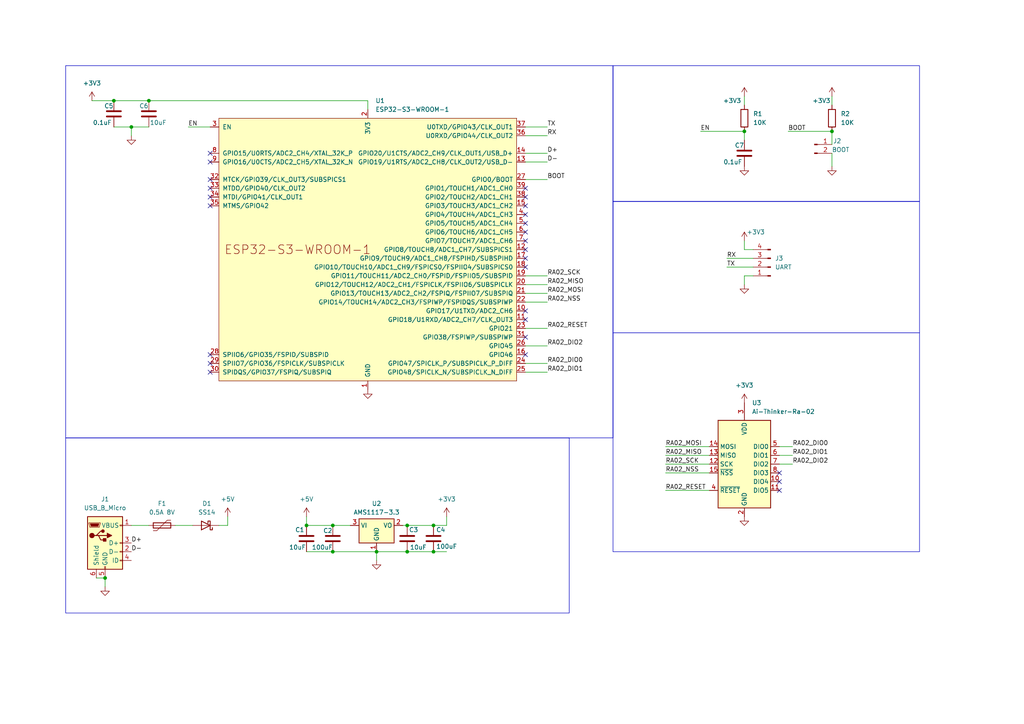
<source format=kicad_sch>
(kicad_sch (version 20231120) (generator "eeschema") (generator_version "8.0")
  (paper "A4")
  (lib_symbols
    (symbol "Connector:Conn_01x02_Pin" (pin_names (offset 1.016) hide)
      (property "Reference" "J" (at 0 2.54 0))
      (property "Value" "Conn_01x02_Pin" (at 0 -5.08 0))
      (symbol "Conn_01x02_Pin_1_1"
        (polyline (pts (xy 1.27 -2.54) (xy 0.8636 -2.54)) (stroke (width 0.1524)))
        (polyline (pts (xy 1.27 0) (xy 0.8636 0)) (stroke (width 0.1524)))
        (rectangle (start 0.8636 -2.413) (end 0 -2.667) (stroke (width 0.1524)) (fill (type outline)))
        (rectangle (start 0.8636 0.127) (end 0 -0.127) (stroke (width 0.1524)) (fill (type outline)))
        (pin passive line (at 5.08 0 180) (length 3.81) (name "Pin_1") (number "1"))
        (pin passive line (at 5.08 -2.54 180) (length 3.81) (name "Pin_2") (number "2"))
      )
    )
    (symbol "Connector:Conn_01x04_Pin" (pin_names (offset 1.016) hide)
      (property "Reference" "J" (at 0 5.08 0))
      (property "Value" "Conn_01x04_Pin" (at 0 -7.62 0))
      (symbol "Conn_01x04_Pin_1_1"
        (polyline (pts (xy 1.27 -5.08) (xy 0.8636 -5.08)) (stroke (width 0.1524)))
        (polyline (pts (xy 1.27 -2.54) (xy 0.8636 -2.54)) (stroke (width 0.1524)))
        (polyline (pts (xy 1.27 0) (xy 0.8636 0)) (stroke (width 0.1524)))
        (polyline (pts (xy 1.27 2.54) (xy 0.8636 2.54)) (stroke (width 0.1524)))
        (rectangle (start 0.8636 -4.953) (end 0 -5.207) (stroke (width 0.1524)) (fill (type outline)))
        (rectangle (start 0.8636 -2.413) (end 0 -2.667) (stroke (width 0.1524)) (fill (type outline)))
        (rectangle (start 0.8636 0.127) (end 0 -0.127) (stroke (width 0.1524)) (fill (type outline)))
        (rectangle (start 0.8636 2.667) (end 0 2.413) (stroke (width 0.1524)) (fill (type outline)))
        (pin passive line (at 5.08 2.54 180) (length 3.81) (name "Pin_1") (number "1"))
        (pin passive line (at 5.08 0 180) (length 3.81) (name "Pin_2") (number "2"))
        (pin passive line (at 5.08 -2.54 180) (length 3.81) (name "Pin_3") (number "3"))
        (pin passive line (at 5.08 -5.08 180) (length 3.81) (name "Pin_4") (number "4"))
      )
    )
    (symbol "Connector:USB_B_Micro" (pin_names (offset 1.016))
      (property "Reference" "J" (at -5.08 11.43 0))
      (property "Value" "USB_B_Micro" (at -5.08 8.89 0))
      (symbol "USB_B_Micro_0_1"
        (rectangle (start -5.08 -7.62) (end 5.08 7.62) (stroke (width 0.254)) (fill (type background)))
        (circle (center -3.81 2.159) (radius 0.635) (stroke (width 0.254)) (fill (type outline)))
        (circle (center -0.635 3.429) (radius 0.381) (stroke (width 0.254)) (fill (type outline)))
        (rectangle (start -0.127 -7.62) (end 0.127 -6.858))
        (polyline (pts (xy -1.905 2.159) (xy 0.635 2.159)) (stroke (width 0.254)))
        (polyline (pts (xy -3.175 2.159) (xy -2.54 2.159) (xy -1.27 3.429) (xy -0.635 3.429)) (stroke (width 0.254)))
        (polyline (pts (xy -2.54 2.159) (xy -1.905 2.159) (xy -1.27 0.889) (xy 0 0.889)) (stroke (width 0.254)))
        (polyline (pts (xy 0.635 2.794) (xy 0.635 1.524) (xy 1.905 2.159) (xy 0.635 2.794)) (stroke (width 0.254)) (fill (type outline)))
        (polyline (pts (xy -4.318 5.588) (xy -1.778 5.588) (xy -2.032 4.826) (xy -4.064 4.826) (xy -4.318 5.588)) (fill (type outline)))
        (polyline (pts (xy -4.699 5.842) (xy -4.699 5.588) (xy -4.445 4.826) (xy -4.445 4.572) (xy -1.651 4.572) (xy -1.651 4.826) (xy -1.397 5.588) (xy -1.397 5.842) (xy -4.699 5.842)))
        (rectangle (start 0.254 1.27) (end -0.508 0.508) (stroke (width 0.254)) (fill (type outline)))
        (rectangle (start 5.08 -5.207) (end 4.318 -4.953))
        (rectangle (start 5.08 -2.667) (end 4.318 -2.413))
        (rectangle (start 5.08 -0.127) (end 4.318 0.127))
        (rectangle (start 5.08 4.953) (end 4.318 5.207))
      )
      (symbol "USB_B_Micro_1_1"
        (pin power_out line (at 7.62 5.08 180) (length 2.54) (name "VBUS") (number "1"))
        (pin bidirectional line (at 7.62 -2.54 180) (length 2.54) (name "D-") (number "2"))
        (pin bidirectional line (at 7.62 0 180) (length 2.54) (name "D+") (number "3"))
        (pin passive line (at 7.62 -5.08 180) (length 2.54) (name "ID") (number "4"))
        (pin power_out line (at 0 -10.16 90) (length 2.54) (name "GND") (number "5"))
        (pin passive line (at -2.54 -10.16 90) (length 2.54) (name "Shield") (number "6"))
      )
    )
    (symbol "Device:C" (pin_numbers hide) (pin_names (offset 0.254))
      (property "Reference" "C" (at 0.635 2.54 0))
      (property "Value" "C" (at 0.635 -2.54 0))
      (symbol "C_0_1"
        (polyline (pts (xy -2.032 -0.762) (xy 2.032 -0.762)) (stroke (width 0.508)))
        (polyline (pts (xy -2.032 0.762) (xy 2.032 0.762)) (stroke (width 0.508)))
      )
      (symbol "C_1_1"
        (pin passive line (at 0 3.81 270) (length 2.794) (name "~") (number "1"))
        (pin passive line (at 0 -3.81 90) (length 2.794) (name "~") (number "2"))
      )
    )
    (symbol "Device:Polyfuse" (pin_numbers hide) (pin_names (offset 0))
      (property "Reference" "F" (at -2.54 0 90))
      (property "Value" "Polyfuse" (at 2.54 0 90))
      (symbol "Polyfuse_0_1"
        (rectangle (start -0.762 2.54) (end 0.762 -2.54) (stroke (width 0.254)))
        (polyline (pts (xy 0 2.54) (xy 0 -2.54)))
        (polyline (pts (xy -1.524 2.54) (xy -1.524 1.524) (xy 1.524 -1.524) (xy 1.524 -2.54)))
      )
      (symbol "Polyfuse_1_1"
        (pin passive line (at 0 3.81 270) (length 1.27) (name "~") (number "1"))
        (pin passive line (at 0 -3.81 90) (length 1.27) (name "~") (number "2"))
      )
    )
    (symbol "Device:R" (pin_numbers hide) (pin_names (offset 0))
      (property "Reference" "R" (at 2.032 0 90))
      (property "Value" "R" (at 0 0 90))
      (symbol "R_0_1"
        (rectangle (start -1.016 -2.54) (end 1.016 2.54) (stroke (width 0.254)))
      )
      (symbol "R_1_1"
        (pin passive line (at 0 3.81 270) (length 1.27) (name "~") (number "1"))
        (pin passive line (at 0 -3.81 90) (length 1.27) (name "~") (number "2"))
      )
    )
    (symbol "Diode:1N5819" (pin_numbers hide) (pin_names (offset 1.016) hide)
      (property "Reference" "D" (at 0 2.54 0))
      (property "Value" "1N5819" (at 0 -2.54 0))
      (symbol "1N5819_0_1"
        (polyline (pts (xy 1.27 0) (xy -1.27 0)))
        (polyline (pts (xy 1.27 1.27) (xy 1.27 -1.27) (xy -1.27 0) (xy 1.27 1.27)) (stroke (width 0.254)))
        (polyline (pts (xy -1.905 0.635) (xy -1.905 1.27) (xy -1.27 1.27) (xy -1.27 -1.27) (xy -0.635 -1.27) (xy -0.635 -0.635)) (stroke (width 0.254)))
      )
      (symbol "1N5819_1_1"
        (pin passive line (at -3.81 0 0) (length 2.54) (name "K") (number "1"))
        (pin passive line (at 3.81 0 180) (length 2.54) (name "A") (number "2"))
      )
    )
    (symbol "Espressif:ESP32-S3-WROOM-1" (pin_names (offset 1.016))
      (property "Reference" "U" (at -43.18 43.18 0))
      (property "Value" "ESP32-S3-WROOM-1" (at -43.18 40.64 0))
      (symbol "ESP32-S3-WROOM-1_0_0"
        (text "ESP32-S3-WROOM-1" (at -20.32 0 0) (effects (font (size 2.54 2.54))))
        (pin power_in line (at 0 -40.64 90) (length 2.54) (name "GND") (number "1"))
        (pin bidirectional line (at 45.72 -17.78 180) (length 2.54) (name "GPIO17/U1TXD/ADC2_CH6") (number "10"))
        (pin bidirectional line (at 45.72 -20.32 180) (length 2.54) (name "GPIO18/U1RXD/ADC2_CH7/CLK_OUT3") (number "11"))
        (pin bidirectional line (at 45.72 0 180) (length 2.54) (name "GPIO8/TOUCH8/ADC1_CH7/SUBSPICS1") (number "12"))
        (pin bidirectional line (at 45.72 25.4 180) (length 2.54) (name "GPIO19/U1RTS/ADC2_CH8/CLK_OUT2/USB_D-") (number "13"))
        (pin bidirectional line (at 45.72 27.94 180) (length 2.54) (name "GPIO20/U1CTS/ADC2_CH9/CLK_OUT1/USB_D+") (number "14"))
        (pin bidirectional line (at 45.72 12.7 180) (length 2.54) (name "GPIO3/TOUCH3/ADC1_CH2") (number "15"))
        (pin bidirectional line (at 45.72 -30.48 180) (length 2.54) (name "GPIO46") (number "16"))
        (pin bidirectional line (at 45.72 -2.54 180) (length 2.54) (name "GPIO9/TOUCH9/ADC1_CH8/FSPIHD/SUBSPIHD") (number "17"))
        (pin bidirectional line (at 45.72 -5.08 180) (length 2.54) (name "GPIO10/TOUCH10/ADC1_CH9/FSPICS0/FSPIIO4/SUBSPICS0") (number "18"))
        (pin bidirectional line (at 45.72 -7.62 180) (length 2.54) (name "GPIO11/TOUCH11/ADC2_CH0/FSPID/FSPIIO5/SUBSPID") (number "19"))
        (pin power_in line (at 0 40.64 270) (length 2.54) (name "3V3") (number "2"))
        (pin bidirectional line (at 45.72 -10.16 180) (length 2.54) (name "GPIO12/TOUCH12/ADC2_CH1/FSPICLK/FSPIIO6/SUBSPICLK") (number "20"))
        (pin bidirectional line (at 45.72 -12.7 180) (length 2.54) (name "GPIO13/TOUCH13/ADC2_CH2/FSPIQ/FSPIIO7/SUBSPIQ") (number "21"))
        (pin bidirectional line (at 45.72 -15.24 180) (length 2.54) (name "GPIO14/TOUCH14/ADC2_CH3/FSPIWP/FSPIDQS/SUBSPIWP") (number "22"))
        (pin bidirectional line (at 45.72 -22.86 180) (length 2.54) (name "GPIO21") (number "23"))
        (pin bidirectional line (at 45.72 -33.02 180) (length 2.54) (name "GPIO47/SPICLK_P/SUBSPICLK_P_DIFF") (number "24"))
        (pin bidirectional line (at 45.72 -35.56 180) (length 2.54) (name "GPIO48/SPICLK_N/SUBSPICLK_N_DIFF") (number "25"))
        (pin bidirectional line (at 45.72 -27.94 180) (length 2.54) (name "GPIO45") (number "26"))
        (pin bidirectional line (at 45.72 20.32 180) (length 2.54) (name "GPIO0/BOOT") (number "27"))
        (pin bidirectional line (at -45.72 -30.48 0) (length 2.54) (name "SPIIO6/GPIO35/FSPID/SUBSPID") (number "28"))
        (pin bidirectional line (at -45.72 -33.02 0) (length 2.54) (name "SPIIO7/GPIO36/FSPICLK/SUBSPICLK") (number "29"))
        (pin input line (at -45.72 35.56 0) (length 2.54) (name "EN") (number "3"))
        (pin bidirectional line (at -45.72 -35.56 0) (length 2.54) (name "SPIDQS/GPIO37/FSPIQ/SUBSPIQ") (number "30"))
        (pin bidirectional line (at 45.72 -25.4 180) (length 2.54) (name "GPIO38/FSPIWP/SUBSPIWP") (number "31"))
        (pin bidirectional line (at -45.72 20.32 0) (length 2.54) (name "MTCK/GPIO39/CLK_OUT3/SUBSPICS1") (number "32"))
        (pin bidirectional line (at -45.72 17.78 0) (length 2.54) (name "MTDO/GPIO40/CLK_OUT2") (number "33"))
        (pin bidirectional line (at -45.72 15.24 0) (length 2.54) (name "MTDI/GPIO41/CLK_OUT1") (number "34"))
        (pin bidirectional line (at -45.72 12.7 0) (length 2.54) (name "MTMS/GPIO42") (number "35"))
        (pin bidirectional line (at 45.72 33.02 180) (length 2.54) (name "U0RXD/GPIO44/CLK_OUT2") (number "36"))
        (pin bidirectional line (at 45.72 35.56 180) (length 2.54) (name "U0TXD/GPIO43/CLK_OUT1") (number "37"))
        (pin bidirectional line (at 45.72 15.24 180) (length 2.54) (name "GPIO2/TOUCH2/ADC1_CH1") (number "38"))
        (pin bidirectional line (at 45.72 17.78 180) (length 2.54) (name "GPIO1/TOUCH1/ADC1_CH0") (number "39"))
        (pin bidirectional line (at 45.72 10.16 180) (length 2.54) (name "GPIO4/TOUCH4/ADC1_CH3") (number "4"))
        (pin passive line (at 0 -40.64 90) (length 2.54) hide (name "GND") (number "40"))
        (pin passive line (at 0 -40.64 90) (length 2.54) hide (name "GND") (number "41"))
        (pin bidirectional line (at 45.72 7.62 180) (length 2.54) (name "GPIO5/TOUCH5/ADC1_CH4") (number "5"))
        (pin bidirectional line (at 45.72 5.08 180) (length 2.54) (name "GPIO6/TOUCH6/ADC1_CH5") (number "6"))
        (pin bidirectional line (at 45.72 2.54 180) (length 2.54) (name "GPIO7/TOUCH7/ADC1_CH6") (number "7"))
        (pin bidirectional line (at -45.72 27.94 0) (length 2.54) (name "GPIO15/U0RTS/ADC2_CH4/XTAL_32K_P") (number "8"))
        (pin bidirectional line (at -45.72 25.4 0) (length 2.54) (name "GPIO16/U0CTS/ADC2_CH5/XTAL_32K_N") (number "9"))
      )
      (symbol "ESP32-S3-WROOM-1_0_1"
        (rectangle (start -43.18 38.1) (end 43.18 -38.1) (fill (type background)))
      )
    )
    (symbol "RF_Module:Ai-Thinker-Ra-02"
      (property "Reference" "U" (at 2.54 19.05 0))
      (property "Value" "Ai-Thinker-Ra-02" (at 13.97 -15.24 0))
      (symbol "Ai-Thinker-Ra-02_0_1"
        (rectangle (start -7.62 12.7) (end 7.62 -12.7) (stroke (width 0.254)) (fill (type background)))
      )
      (symbol "Ai-Thinker-Ra-02_1_1"
        (pin passive line (at 0 -15.24 90) (length 2.54) hide (name "GND") (number "1"))
        (pin bidirectional line (at 10.16 -5.08 180) (length 2.54) (name "DIO4") (number "10"))
        (pin bidirectional line (at 10.16 -7.62 180) (length 2.54) (name "DIO5") (number "11"))
        (pin input line (at -10.16 0 0) (length 2.54) (name "SCK") (number "12"))
        (pin output line (at -10.16 2.54 0) (length 2.54) (name "MISO") (number "13"))
        (pin input line (at -10.16 5.08 0) (length 2.54) (name "MOSI") (number "14"))
        (pin input line (at -10.16 -2.54 0) (length 2.54) (name "~{NSS}") (number "15"))
        (pin passive line (at 0 -15.24 90) (length 2.54) hide (name "GND") (number "16"))
        (pin power_in line (at 0 -15.24 90) (length 2.54) (name "GND") (number "2"))
        (pin power_in line (at 0 17.78 270) (length 5.08) (name "VDD") (number "3"))
        (pin input line (at -10.16 -7.62 0) (length 2.54) (name "~{RESET}") (number "4"))
        (pin bidirectional line (at 10.16 5.08 180) (length 2.54) (name "DIO0") (number "5"))
        (pin bidirectional line (at 10.16 2.54 180) (length 2.54) (name "DIO1") (number "6"))
        (pin bidirectional line (at 10.16 0 180) (length 2.54) (name "DIO2") (number "7"))
        (pin bidirectional line (at 10.16 -2.54 180) (length 2.54) (name "DIO3") (number "8"))
        (pin passive line (at 0 -15.24 90) (length 2.54) hide (name "GND") (number "9"))
      )
    )
    (symbol "Regulator_Linear:AMS1117-3.3"
      (property "Reference" "U" (at -3.81 3.175 0))
      (property "Value" "AMS1117-3.3" (at 0 3.175 0))
      (symbol "AMS1117-3.3_0_1"
        (rectangle (start -5.08 -5.08) (end 5.08 1.905) (stroke (width 0.254)) (fill (type background)))
      )
      (symbol "AMS1117-3.3_1_1"
        (pin power_in line (at 0 -7.62 90) (length 2.54) (name "GND") (number "1"))
        (pin power_out line (at 7.62 0 180) (length 2.54) (name "VO") (number "2"))
        (pin power_in line (at -7.62 0 0) (length 2.54) (name "VI") (number "3"))
      )
    )
    (symbol "power:+3V3" (power) (pin_names (offset 0))
      (property "Value" "+3V3" (at 0 3.556 0))
      (symbol "+3V3_0_1"
        (polyline (pts (xy -0.762 1.27) (xy 0 2.54)))
        (polyline (pts (xy 0 0) (xy 0 2.54)))
        (polyline (pts (xy 0 2.54) (xy 0.762 1.27)))
      )
      (symbol "+3V3_1_1"
        (pin power_in line (at 0 0 90) (length 0) hide (name "+3V3") (number "1"))
      )
    )
    (symbol "power:+5V" (power) (pin_names (offset 0))
      (property "Value" "+5V" (at 0 3.556 0))
      (symbol "+5V_0_1"
        (polyline (pts (xy -0.762 1.27) (xy 0 2.54)))
        (polyline (pts (xy 0 0) (xy 0 2.54)))
        (polyline (pts (xy 0 2.54) (xy 0.762 1.27)))
      )
      (symbol "+5V_1_1"
        (pin power_in line (at 0 0 90) (length 0) hide (name "+5V") (number "1"))
      )
    )
    (symbol "power:GND" (power) (pin_names (offset 0))
      (property "Value" "GND" (at 0 -3.81 0))
      (symbol "GND_0_1"
        (polyline (pts (xy 0 0) (xy 0 -1.27) (xy 1.27 -1.27) (xy 0 -2.54) (xy -1.27 -1.27) (xy 0 -1.27)))
      )
      (symbol "GND_1_1"
        (pin power_in line (at 0 0 270) (length 0) hide (name "GND") (number "1"))
      )
    )
  )
  (junction (at 215.9 38.1))
  (junction (at 118.11 160.02))
  (junction (at 88.9 152.4))
  (junction (at 96.52 152.4))
  (junction (at 241.3 38.1))
  (junction (at 125.73 160.02))
  (junction (at 43.18 29.21))
  (junction (at 30.48 167.64))
  (junction (at 109.22 160.02))
  (junction (at 125.73 152.4))
  (junction (at 118.11 152.4))
  (junction (at 96.52 160.02))
  (junction (at 38.1 36.83))
  (junction (at 33.02 29.21))
  (no_connect (at 152.4 77.47))
  (no_connect (at 60.96 46.99))
  (no_connect (at 152.4 57.15))
  (no_connect (at 152.4 97.79))
  (no_connect (at 152.4 90.17))
  (no_connect (at 152.4 62.23))
  (no_connect (at 152.4 54.61))
  (no_connect (at 152.4 64.77))
  (no_connect (at 60.96 102.87))
  (no_connect (at 60.96 44.45))
  (no_connect (at 226.06 139.7))
  (no_connect (at 226.06 142.24))
  (no_connect (at 60.96 57.15))
  (no_connect (at 60.96 52.07))
  (no_connect (at 60.96 105.41))
  (no_connect (at 152.4 74.93))
  (no_connect (at 152.4 102.87))
  (no_connect (at 152.4 67.31))
  (no_connect (at 152.4 72.39))
  (no_connect (at 60.96 59.69))
  (no_connect (at 226.06 137.16))
  (no_connect (at 60.96 107.95))
  (no_connect (at 152.4 59.69))
  (no_connect (at 60.96 54.61))
  (no_connect (at 152.4 69.85))
  (no_connect (at 152.4 92.71))
  (wire (pts (xy 229.87 132.08) (xy 226.06 132.08)))
  (wire (pts (xy 158.75 36.83) (xy 152.4 36.83)))
  (wire (pts (xy 215.9 82.55) (xy 215.9 80.01)))
  (wire (pts (xy 26.67 29.21) (xy 33.02 29.21)))
  (wire (pts (xy 30.48 167.64) (xy 30.48 170.18)))
  (wire (pts (xy 203.2 38.1) (xy 215.9 38.1)))
  (wire (pts (xy 210.82 74.93) (xy 218.44 74.93)))
  (wire (pts (xy 158.75 107.95) (xy 152.4 107.95)))
  (wire (pts (xy 125.73 160.02) (xy 129.54 160.02)))
  (wire (pts (xy 50.8 152.4) (xy 55.88 152.4)))
  (wire (pts (xy 38.1 36.83) (xy 43.18 36.83)))
  (wire (pts (xy 158.75 82.55) (xy 152.4 82.55)))
  (wire (pts (xy 158.75 105.41) (xy 152.4 105.41)))
  (wire (pts (xy 125.73 152.4) (xy 129.54 152.4)))
  (wire (pts (xy 118.11 152.4) (xy 125.73 152.4)))
  (wire (pts (xy 96.52 160.02) (xy 109.22 160.02)))
  (wire (pts (xy 215.9 27.94) (xy 215.9 30.48)))
  (wire (pts (xy 27.94 167.64) (xy 30.48 167.64)))
  (wire (pts (xy 193.04 134.62) (xy 205.74 134.62)))
  (wire (pts (xy 158.75 80.01) (xy 152.4 80.01)))
  (wire (pts (xy 229.87 134.62) (xy 226.06 134.62)))
  (wire (pts (xy 88.9 149.86) (xy 88.9 152.4)))
  (wire (pts (xy 63.5 152.4) (xy 66.04 152.4)))
  (wire (pts (xy 193.04 132.08) (xy 205.74 132.08)))
  (wire (pts (xy 33.02 36.83) (xy 38.1 36.83)))
  (wire (pts (xy 66.04 152.4) (xy 66.04 149.86)))
  (wire (pts (xy 88.9 160.02) (xy 96.52 160.02)))
  (wire (pts (xy 158.75 39.37) (xy 152.4 39.37)))
  (wire (pts (xy 215.9 72.39) (xy 218.44 72.39)))
  (wire (pts (xy 193.04 137.16) (xy 205.74 137.16)))
  (wire (pts (xy 158.75 100.33) (xy 152.4 100.33)))
  (wire (pts (xy 96.52 152.4) (xy 101.6 152.4)))
  (wire (pts (xy 33.02 29.21) (xy 43.18 29.21)))
  (wire (pts (xy 118.11 160.02) (xy 125.73 160.02)))
  (wire (pts (xy 193.04 142.24) (xy 205.74 142.24)))
  (wire (pts (xy 88.9 152.4) (xy 96.52 152.4)))
  (wire (pts (xy 109.22 160.02) (xy 109.22 162.56)))
  (wire (pts (xy 193.04 129.54) (xy 205.74 129.54)))
  (wire (pts (xy 116.84 152.4) (xy 118.11 152.4)))
  (wire (pts (xy 229.87 129.54) (xy 226.06 129.54)))
  (wire (pts (xy 210.82 77.47) (xy 218.44 77.47)))
  (wire (pts (xy 54.61 36.83) (xy 60.96 36.83)))
  (wire (pts (xy 158.75 44.45) (xy 152.4 44.45)))
  (wire (pts (xy 215.9 80.01) (xy 218.44 80.01)))
  (wire (pts (xy 215.9 38.1) (xy 215.9 40.64)))
  (wire (pts (xy 158.75 52.07) (xy 152.4 52.07)))
  (wire (pts (xy 38.1 152.4) (xy 43.18 152.4)))
  (wire (pts (xy 241.3 27.94) (xy 241.3 30.48)))
  (wire (pts (xy 106.68 29.21) (xy 106.68 31.75)))
  (wire (pts (xy 241.3 44.45) (xy 241.3 48.26)))
  (wire (pts (xy 158.75 85.09) (xy 152.4 85.09)))
  (wire (pts (xy 228.6 38.1) (xy 241.3 38.1)))
  (wire (pts (xy 158.75 95.25) (xy 152.4 95.25)))
  (wire (pts (xy 129.54 149.86) (xy 129.54 152.4)))
  (wire (pts (xy 215.9 69.85) (xy 215.9 72.39)))
  (wire (pts (xy 43.18 29.21) (xy 106.68 29.21)))
  (wire (pts (xy 158.75 46.99) (xy 152.4 46.99)))
  (wire (pts (xy 158.75 87.63) (xy 152.4 87.63)))
  (wire (pts (xy 38.1 39.37) (xy 38.1 36.83)))
  (wire (pts (xy 241.3 38.1) (xy 241.3 41.91)))
  (wire (pts (xy 109.22 160.02) (xy 118.11 160.02)))
  (rectangle (start 19.05 127) (end 165.1 177.8))
  (rectangle (start 177.8 58.42) (end 266.7 96.52))
  (rectangle (start 177.8 19.05) (end 266.7 58.42))
  (rectangle (start 177.8 96.52) (end 266.7 160.02))
  (rectangle (start 19.05 19.05) (end 177.8 127))
  (label "RA02_NSS" (at 158.75 87.63 0))
  (label "RA02_MOSI" (at 158.75 85.09 0))
  (label "RA02_DIO2" (at 158.75 100.33 0))
  (label "BOOT" (at 228.6 38.1 0))
  (label "RA02_DIO1" (at 229.87 132.08 0))
  (label "D-" (at 158.75 46.99 0))
  (label "RA02_DIO0" (at 229.87 129.54 0))
  (label "D+" (at 38.1 157.48 0))
  (label "RA02_SCK" (at 158.75 80.01 0))
  (label "RA02_MISO" (at 193.04 132.08 0))
  (label "RA02_SCK" (at 193.04 134.62 0))
  (label "RA02_DIO0" (at 158.75 105.41 0))
  (label "EN" (at 203.2 38.1 0))
  (label "RA02_RESET" (at 193.04 142.24 0))
  (label "TX" (at 158.75 36.83 0))
  (label "D+" (at 158.75 44.45 0))
  (label "RA02_RESET" (at 158.75 95.25 0))
  (label "RX" (at 158.75 39.37 0))
  (label "EN" (at 54.61 36.83 0))
  (label "RA02_DIO1" (at 158.75 107.95 0))
  (label "BOOT" (at 158.75 52.07 0))
  (label "RA02_MOSI" (at 193.04 129.54 0))
  (label "RA02_MISO" (at 158.75 82.55 0))
  (label "RA02_NSS" (at 193.04 137.16 0))
  (label "TX" (at 210.82 77.47 0))
  (label "RA02_DIO2" (at 229.87 134.62 0))
  (label "D-" (at 38.1 160.02 0))
  (label "RX" (at 210.82 74.93 0))
  (symbol (lib_id "Device:C") (at 125.73 156.21 0) (unit 1)
    (property "Reference" "C4" (at 126.492 153.67 0) (effects (justify left)))
    (property "Value" "100uF" (at 126.492 158.496 0) (effects (justify left)))
    (property "Footprint" "Capacitor_SMD:C_1206_3216Metric_Pad1.33x1.80mm_HandSolder" (effects (hide yes)))
    (property "Description" "Unpolarized capacitor" (effects (hide yes)))
  )
  (symbol (lib_id "power:+3V3") (at 26.67 29.21 0) (unit 1)
    (property "Reference" "#PWR07" (effects (hide yes)))
    (property "Value" "+3V3" (at 26.67 24.13 0))
    (property "Description" "Power symbol creates a global label with name \"+3V3\"" (effects (hide yes)))
  )
  (symbol (lib_id "power:GND") (at 215.9 82.55 0) (unit 1)
    (property "Reference" "#PWR015" (effects (hide yes)))
    (property "Value" "GND" (effects (hide yes)))
    (property "Description" "Power symbol creates a global label with name \"GND\" , ground" (effects (hide yes)))
  )
  (symbol (lib_id "power:GND") (at 109.22 162.56 0) (unit 1)
    (property "Reference" "#PWR01" (effects (hide yes)))
    (property "Value" "GND" (effects (hide yes)))
    (property "Description" "Power symbol creates a global label with name \"GND\" , ground" (effects (hide yes)))
  )
  (symbol (lib_id "power:+5V") (at 66.04 149.86 0) (unit 1)
    (property "Reference" "#PWR010" (effects (hide yes)))
    (property "Value" "+5V" (at 66.04 144.78 0))
    (property "Description" "Power symbol creates a global label with name \"+5V\"" (effects (hide yes)))
  )
  (symbol (lib_id "power:+3V3") (at 129.54 149.86 0) (unit 1)
    (property "Reference" "#PWR02" (effects (hide yes)))
    (property "Value" "+3V3" (at 129.54 144.78 0))
    (property "Description" "Power symbol creates a global label with name \"+3V3\"" (effects (hide yes)))
  )
  (symbol (lib_id "Connector:USB_B_Micro") (at 30.48 157.48 0) (unit 1)
    (property "Reference" "J1" (at 30.48 144.78 0))
    (property "Value" "USB_B_Micro" (at 30.48 147.32 0))
    (property "Footprint" "Connector_USB:USB_Micro-B_Wuerth_629105150521" (effects (hide yes)))
    (property "Description" "USB Micro Type B connector" (effects (hide yes)))
  )
  (symbol (lib_id "Connector:Conn_01x04_Pin") (at 223.52 77.47 180) (unit 1)
    (property "Reference" "J3" (at 224.79 74.9299 0) (effects (justify right)))
    (property "Value" "UART" (at 224.79 77.4699 0) (effects (justify right)))
    (property "Footprint" "Connector_PinHeader_2.54mm:PinHeader_1x04_P2.54mm_Vertical" (effects (hide yes)))
    (property "Description" "Generic connector, single row, 01x04, script generated" (effects (hide yes)))
  )
  (symbol (lib_id "Device:C") (at 118.11 156.21 0) (unit 1)
    (property "Reference" "C3" (at 118.618 153.67 0) (effects (justify left)))
    (property "Value" "10uF" (at 118.872 158.75 0) (effects (justify left)))
    (property "Footprint" "Capacitor_SMD:C_0805_2012Metric_Pad1.18x1.45mm_HandSolder" (effects (hide yes)))
    (property "Description" "Unpolarized capacitor" (effects (hide yes)))
  )
  (symbol (lib_id "Espressif:ESP32-S3-WROOM-1") (at 106.68 72.39 0) (unit 1)
    (property "Reference" "U1" (at 108.8741 29.21 0) (effects (justify left)))
    (property "Value" "ESP32-S3-WROOM-1" (at 108.8741 31.75 0) (effects (justify left)))
    (property "Footprint" "RF_Module:ESP32-S3-WROOM-1" (effects (hide yes)))
    (property "Datasheet" "https://www.espressif.com/sites/default/files/documentation/esp32-s3-wroom-1_wroom-1u_datasheet_en.pdf" (effects (hide yes)))
    (property "Description" "2.4 GHz WiFi (802.11 b/g/n) and Bluetooth ® 5 (LE) module Built around ESP32S3 series of SoCs, Xtensa ® dualcore 32bit LX7 microprocessor Flash up to 16 MB, PSRAM up to 8 MB 36 GPIOs, rich set of peripherals Onboard PCB antenna" (effects (hide yes)))
  )
  (symbol (lib_id "power:GND") (at 215.9 48.26 0) (unit 1)
    (property "Reference" "#PWR04" (effects (hide yes)))
    (property "Value" "GND" (effects (hide yes)))
    (property "Description" "Power symbol creates a global label with name \"GND\" , ground" (effects (hide yes)))
  )
  (symbol (lib_id "Device:C") (at 88.9 156.21 0) (unit 1)
    (property "Reference" "C1" (at 85.598 153.67 0) (effects (justify left)))
    (property "Value" "10uF" (at 83.82 158.75 0) (effects (justify left)))
    (property "Footprint" "Capacitor_SMD:C_0805_2012Metric_Pad1.18x1.45mm_HandSolder" (effects (hide yes)))
    (property "Description" "Unpolarized capacitor" (effects (hide yes)))
  )
  (symbol (lib_id "power:GND") (at 215.9 149.86 0) (unit 1)
    (property "Reference" "#PWR013" (effects (hide yes)))
    (property "Value" "GND" (effects (hide yes)))
    (property "Description" "Power symbol creates a global label with name \"GND\" , ground" (effects (hide yes)))
  )
  (symbol (lib_id "Connector:Conn_01x02_Pin") (at 236.22 41.91 0) (unit 1)
    (property "Reference" "J2" (at 242.824 40.894 0))
    (property "Value" "BOOT" (at 243.84 43.434 0))
    (property "Footprint" "Connector_PinHeader_2.54mm:PinHeader_1x02_P2.54mm_Vertical" (effects (hide yes)))
    (property "Description" "Generic connector, single row, 01x02, script generated" (effects (hide yes)))
  )
  (symbol (lib_id "power:+3V3") (at 215.9 116.84 0) (unit 1)
    (property "Reference" "#PWR012" (effects (hide yes)))
    (property "Value" "+3V3" (at 215.9 111.76 0))
    (property "Description" "Power symbol creates a global label with name \"+3V3\"" (effects (hide yes)))
  )
  (symbol (lib_id "power:GND") (at 38.1 39.37 0) (unit 1)
    (property "Reference" "#PWR016" (effects (hide yes)))
    (property "Value" "GND" (effects (hide yes)))
    (property "Description" "Power symbol creates a global label with name \"GND\" , ground" (effects (hide yes)))
  )
  (symbol (lib_id "Device:C") (at 33.02 33.02 0) (unit 1)
    (property "Reference" "C5" (at 30.226 30.734 0) (effects (justify left)))
    (property "Value" "0.1uF" (at 26.924 35.56 0) (effects (justify left)))
    (property "Footprint" "Capacitor_SMD:C_0805_2012Metric_Pad1.18x1.45mm_HandSolder" (effects (hide yes)))
    (property "Description" "Unpolarized capacitor" (effects (hide yes)))
  )
  (symbol (lib_id "Device:R") (at 215.9 34.29 0) (unit 1)
    (property "Reference" "R1" (at 218.44 33.0199 0) (effects (justify left)))
    (property "Value" "10K" (at 218.44 35.5599 0) (effects (justify left)))
    (property "Footprint" "Resistor_SMD:R_0805_2012Metric_Pad1.20x1.40mm_HandSolder" (effects (hide yes)))
    (property "Description" "Resistor" (effects (hide yes)))
  )
  (symbol (lib_id "Device:C") (at 43.18 33.02 0) (unit 1)
    (property "Reference" "C6" (at 40.386 30.734 0) (effects (justify left)))
    (property "Value" "10uF" (at 43.434 35.56 0) (effects (justify left)))
    (property "Footprint" "Capacitor_SMD:C_0805_2012Metric_Pad1.18x1.45mm_HandSolder" (effects (hide yes)))
    (property "Description" "Unpolarized capacitor" (effects (hide yes)))
  )
  (symbol (lib_id "RF_Module:Ai-Thinker-Ra-02") (at 215.9 134.62 0) (unit 1)
    (property "Reference" "U3" (at 218.0941 116.84 0) (effects (justify left)))
    (property "Value" "Ai-Thinker-Ra-02" (at 218.0941 119.38 0) (effects (justify left)))
    (property "Footprint" "RF_Module:Ai-Thinker-Ra-01-LoRa" (effects (hide yes)))
    (property "Datasheet" "http://wiki.ai-thinker.com/_media/lora/docs/c048ps01a1_ra-02_product_specification_v1.1.pdf" (effects (hide yes)))
    (property "Description" "Ai-Thinker Ra-02 410-525 MHz LoRa Module, SPI interface, U.FL antenna connector" (effects (hide yes)))
  )
  (symbol (lib_id "Diode:1N5819") (at 59.69 152.4 180) (unit 1)
    (property "Reference" "D1" (at 60.0075 146.05 0))
    (property "Value" "SS14" (at 60.0075 148.59 0))
    (property "Footprint" "Diode_SMD:D_SOD-323_HandSoldering" (effects (hide yes)))
    (property "Datasheet" "http://www.vishay.com/docs/88525/1n5817.pdf" (effects (hide yes)))
    (property "Description" "40V 1A Schottky Barrier Rectifier Diode, DO-41" (effects (hide yes)))
  )
  (symbol (lib_id "power:GND") (at 241.3 48.26 0) (unit 1)
    (property "Reference" "#PWR06" (effects (hide yes)))
    (property "Value" "GND" (effects (hide yes)))
    (property "Description" "Power symbol creates a global label with name \"GND\" , ground" (effects (hide yes)))
  )
  (symbol (lib_id "power:+5V") (at 88.9 149.86 0) (unit 1)
    (property "Reference" "#PWR011" (effects (hide yes)))
    (property "Value" "+5V" (at 88.9 144.78 0))
    (property "Description" "Power symbol creates a global label with name \"+5V\"" (effects (hide yes)))
  )
  (symbol (lib_id "Regulator_Linear:AMS1117-3.3") (at 109.22 152.4 0) (unit 1)
    (property "Reference" "U2" (at 109.22 146.05 0))
    (property "Value" "AMS1117-3.3" (at 109.22 148.59 0))
    (property "Footprint" "Package_TO_SOT_SMD:SOT-223-3_TabPin2" (effects (hide yes)))
    (property "Datasheet" "http://www.advanced-monolithic.com/pdf/ds1117.pdf" (effects (hide yes)))
    (property "Description" "1A Low Dropout regulator, positive, 3.3V fixed output, SOT-223" (effects (hide yes)))
  )
  (symbol (lib_id "Device:R") (at 241.3 34.29 0) (unit 1)
    (property "Reference" "R2" (at 243.84 33.0199 0) (effects (justify left)))
    (property "Value" "10K" (at 243.84 35.5599 0) (effects (justify left)))
    (property "Footprint" "Resistor_SMD:R_0805_2012Metric_Pad1.20x1.40mm_HandSolder" (effects (hide yes)))
    (property "Description" "Resistor" (effects (hide yes)))
  )
  (symbol (lib_id "power:+3V3") (at 215.9 69.85 0) (unit 1)
    (property "Reference" "#PWR014" (effects (hide yes)))
    (property "Value" "+3V3" (at 219.202 67.31 0))
    (property "Description" "Power symbol creates a global label with name \"+3V3\"" (effects (hide yes)))
  )
  (symbol (lib_id "power:GND") (at 106.68 113.03 0) (unit 1)
    (property "Reference" "#PWR08" (effects (hide yes)))
    (property "Value" "GND" (effects (hide yes)))
    (property "Description" "Power symbol creates a global label with name \"GND\" , ground" (effects (hide yes)))
  )
  (symbol (lib_id "power:+3V3") (at 215.9 27.94 0) (unit 1)
    (property "Reference" "#PWR03" (effects (hide yes)))
    (property "Value" "+3V3" (at 212.344 29.21 0))
    (property "Description" "Power symbol creates a global label with name \"+3V3\"" (effects (hide yes)))
  )
  (symbol (lib_id "Device:Polyfuse") (at 46.99 152.4 90) (unit 1)
    (property "Reference" "F1" (at 46.99 146.05 90))
    (property "Value" "0.5A 8V" (at 46.99 148.59 90))
    (property "Footprint" "Fuse:Fuse_1206_3216Metric_Pad1.42x1.75mm_HandSolder" (effects (hide yes)))
    (property "Description" "Resettable fuse, polymeric positive temperature coefficient" (effects (hide yes)))
  )
  (symbol (lib_id "Device:C") (at 96.52 156.21 0) (unit 1)
    (property "Reference" "C2" (at 93.726 153.924 0) (effects (justify left)))
    (property "Value" "100uF" (at 90.424 158.75 0) (effects (justify left)))
    (property "Footprint" "Capacitor_SMD:C_1206_3216Metric_Pad1.33x1.80mm_HandSolder" (effects (hide yes)))
    (property "Description" "Unpolarized capacitor" (effects (hide yes)))
  )
  (symbol (lib_id "power:+3V3") (at 241.3 27.94 0) (unit 1)
    (property "Reference" "#PWR05" (effects (hide yes)))
    (property "Value" "+3V3" (at 238.252 29.21 0))
    (property "Description" "Power symbol creates a global label with name \"+3V3\"" (effects (hide yes)))
  )
  (symbol (lib_id "power:GND") (at 30.48 170.18 0) (unit 1)
    (property "Reference" "#PWR09" (effects (hide yes)))
    (property "Value" "GND" (effects (hide yes)))
    (property "Description" "Power symbol creates a global label with name \"GND\" , ground" (effects (hide yes)))
  )
  (symbol (lib_id "Device:C") (at 215.9 44.45 0) (unit 1)
    (property "Reference" "C7" (at 213.106 42.164 0) (effects (justify left)))
    (property "Value" "0.1uF" (at 209.804 46.99 0) (effects (justify left)))
    (property "Footprint" "Capacitor_SMD:C_0805_2012Metric_Pad1.18x1.45mm_HandSolder" (effects (hide yes)))
    (property "Description" "Unpolarized capacitor" (effects (hide yes)))
  )
)
</source>
